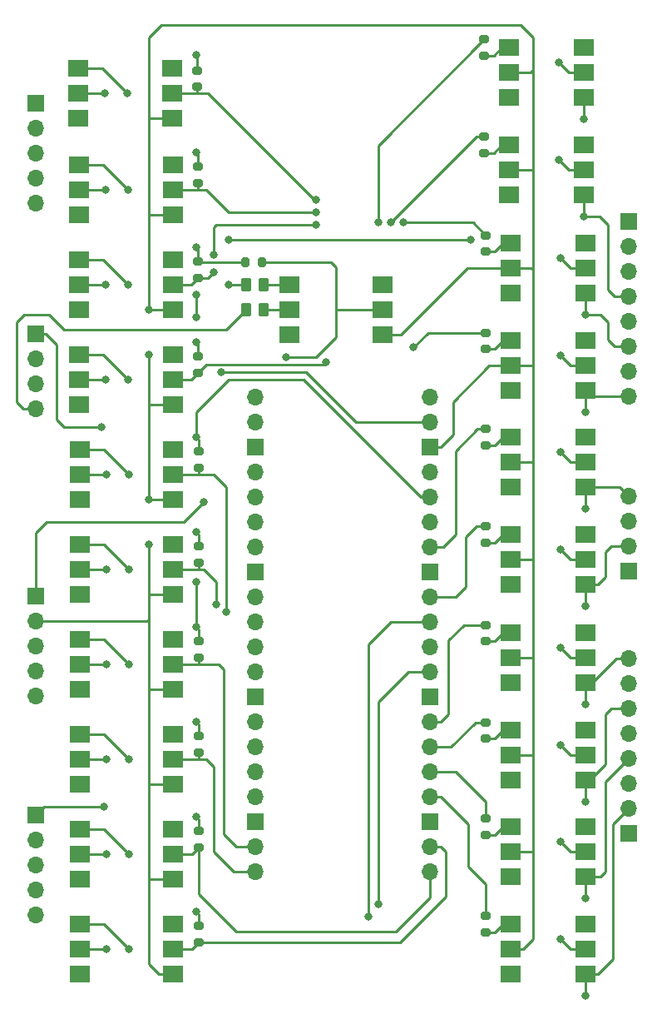
<source format=gtl>
G04 #@! TF.GenerationSoftware,KiCad,Pcbnew,(6.0.0)*
G04 #@! TF.CreationDate,2022-08-19T14:16:46+02:00*
G04 #@! TF.ProjectId,top,746f702e-6b69-4636-9164-5f7063625858,rev?*
G04 #@! TF.SameCoordinates,Original*
G04 #@! TF.FileFunction,Copper,L1,Top*
G04 #@! TF.FilePolarity,Positive*
%FSLAX46Y46*%
G04 Gerber Fmt 4.6, Leading zero omitted, Abs format (unit mm)*
G04 Created by KiCad (PCBNEW (6.0.0)) date 2022-08-19 14:16:46*
%MOMM*%
%LPD*%
G01*
G04 APERTURE LIST*
G04 Aperture macros list*
%AMRoundRect*
0 Rectangle with rounded corners*
0 $1 Rounding radius*
0 $2 $3 $4 $5 $6 $7 $8 $9 X,Y pos of 4 corners*
0 Add a 4 corners polygon primitive as box body*
4,1,4,$2,$3,$4,$5,$6,$7,$8,$9,$2,$3,0*
0 Add four circle primitives for the rounded corners*
1,1,$1+$1,$2,$3*
1,1,$1+$1,$4,$5*
1,1,$1+$1,$6,$7*
1,1,$1+$1,$8,$9*
0 Add four rect primitives between the rounded corners*
20,1,$1+$1,$2,$3,$4,$5,0*
20,1,$1+$1,$4,$5,$6,$7,0*
20,1,$1+$1,$6,$7,$8,$9,0*
20,1,$1+$1,$8,$9,$2,$3,0*%
G04 Aperture macros list end*
G04 #@! TA.AperFunction,SMDPad,CuDef*
%ADD10R,2.000000X1.780000*%
G04 #@! TD*
G04 #@! TA.AperFunction,SMDPad,CuDef*
%ADD11RoundRect,0.200000X0.275000X-0.200000X0.275000X0.200000X-0.275000X0.200000X-0.275000X-0.200000X0*%
G04 #@! TD*
G04 #@! TA.AperFunction,ComponentPad*
%ADD12R,1.700000X1.700000*%
G04 #@! TD*
G04 #@! TA.AperFunction,ComponentPad*
%ADD13O,1.700000X1.700000*%
G04 #@! TD*
G04 #@! TA.AperFunction,SMDPad,CuDef*
%ADD14RoundRect,0.250000X-0.262500X-0.450000X0.262500X-0.450000X0.262500X0.450000X-0.262500X0.450000X0*%
G04 #@! TD*
G04 #@! TA.AperFunction,SMDPad,CuDef*
%ADD15RoundRect,0.200000X0.200000X0.275000X-0.200000X0.275000X-0.200000X-0.275000X0.200000X-0.275000X0*%
G04 #@! TD*
G04 #@! TA.AperFunction,ViaPad*
%ADD16C,0.800000*%
G04 #@! TD*
G04 #@! TA.AperFunction,Conductor*
%ADD17C,0.250000*%
G04 #@! TD*
G04 APERTURE END LIST*
D10*
X115570000Y-73660000D03*
X115570000Y-76200000D03*
X115570000Y-78740000D03*
X125100000Y-78740000D03*
X125100000Y-76200000D03*
X125100000Y-73660000D03*
X159361500Y-61976000D03*
X159361500Y-64516000D03*
X159361500Y-67056000D03*
X166981500Y-67056000D03*
X166981500Y-64516000D03*
X166981500Y-61976000D03*
X115570000Y-83312000D03*
X115570000Y-85852000D03*
X115570000Y-88392000D03*
X125100000Y-88392000D03*
X125100000Y-85852000D03*
X125100000Y-83312000D03*
X115570000Y-64008000D03*
X115570000Y-66548000D03*
X115570000Y-69088000D03*
X125100000Y-69088000D03*
X125100000Y-66548000D03*
X125100000Y-64008000D03*
D11*
X156972000Y-82716500D03*
X156972000Y-81066500D03*
D12*
X111188000Y-81188000D03*
D13*
X111188000Y-83728000D03*
X111188000Y-86268000D03*
X111188000Y-88808000D03*
D10*
X115631000Y-141224000D03*
X115631000Y-143764000D03*
X115631000Y-146304000D03*
X125161000Y-146304000D03*
X125161000Y-143764000D03*
X125161000Y-141224000D03*
X159512000Y-131318000D03*
X159512000Y-133858000D03*
X159512000Y-136398000D03*
X167132000Y-136398000D03*
X167132000Y-133858000D03*
X167132000Y-131318000D03*
D11*
X156821500Y-62801000D03*
X156821500Y-61151000D03*
D10*
X159512000Y-101600000D03*
X159512000Y-104140000D03*
X159512000Y-106680000D03*
X167132000Y-106680000D03*
X167132000Y-104140000D03*
X167132000Y-101600000D03*
D13*
X133504000Y-87630000D03*
X133504000Y-90170000D03*
D12*
X133504000Y-92710000D03*
D13*
X133504000Y-95250000D03*
X133504000Y-97790000D03*
X133504000Y-100330000D03*
X133504000Y-102870000D03*
D12*
X133504000Y-105410000D03*
D13*
X133504000Y-107950000D03*
X133504000Y-110490000D03*
X133504000Y-113030000D03*
X133504000Y-115570000D03*
D12*
X133504000Y-118110000D03*
D13*
X133504000Y-120650000D03*
X133504000Y-123190000D03*
X133504000Y-125730000D03*
X133504000Y-128270000D03*
D12*
X133504000Y-130810000D03*
D13*
X133504000Y-133350000D03*
X133504000Y-135890000D03*
X151284000Y-135890000D03*
X151284000Y-133350000D03*
D12*
X151284000Y-130810000D03*
D13*
X151284000Y-128270000D03*
X151284000Y-125730000D03*
X151284000Y-123190000D03*
X151284000Y-120650000D03*
D12*
X151284000Y-118110000D03*
D13*
X151284000Y-115570000D03*
X151284000Y-113030000D03*
X151284000Y-110490000D03*
X151284000Y-107950000D03*
D12*
X151284000Y-105410000D03*
D13*
X151284000Y-102870000D03*
X151284000Y-100330000D03*
X151284000Y-97790000D03*
X151284000Y-95250000D03*
D12*
X151284000Y-92710000D03*
D13*
X151284000Y-90170000D03*
X151284000Y-87630000D03*
D10*
X115631000Y-102616000D03*
X115631000Y-105156000D03*
X115631000Y-107696000D03*
X125161000Y-107696000D03*
X125161000Y-105156000D03*
X125161000Y-102616000D03*
D14*
X132541000Y-76200000D03*
X134366000Y-76200000D03*
D11*
X156821500Y-52895000D03*
X156821500Y-51245000D03*
X127701000Y-75501000D03*
X127701000Y-73851000D03*
D10*
X159512000Y-121515500D03*
X159512000Y-124055500D03*
X159512000Y-126595500D03*
X167132000Y-126595500D03*
X167132000Y-124055500D03*
X167132000Y-121515500D03*
D12*
X111188000Y-130083000D03*
D13*
X111188000Y-132623000D03*
X111188000Y-135163000D03*
X111188000Y-137703000D03*
X111188000Y-140243000D03*
D10*
X159361500Y-52070000D03*
X159361500Y-54610000D03*
X159361500Y-57150000D03*
X166981500Y-57150000D03*
X166981500Y-54610000D03*
X166981500Y-52070000D03*
X115631000Y-131572000D03*
X115631000Y-134112000D03*
X115631000Y-136652000D03*
X125161000Y-136652000D03*
X125161000Y-134112000D03*
X125161000Y-131572000D03*
D11*
X156972000Y-112434500D03*
X156972000Y-110784500D03*
D14*
X132541000Y-78740000D03*
X134366000Y-78740000D03*
D11*
X127762000Y-94805000D03*
X127762000Y-93155000D03*
X156972000Y-92519000D03*
X156972000Y-90869000D03*
D15*
X134175000Y-73914000D03*
X132525000Y-73914000D03*
D11*
X156972000Y-72810500D03*
X156972000Y-71160500D03*
D10*
X136967000Y-76200000D03*
X136967000Y-78740000D03*
X136967000Y-81280000D03*
X146497000Y-81280000D03*
X146497000Y-78740000D03*
X146497000Y-76200000D03*
D11*
X156972000Y-102425000D03*
X156972000Y-100775000D03*
D10*
X159512000Y-71985500D03*
X159512000Y-74525500D03*
X159512000Y-77065500D03*
X167132000Y-77065500D03*
X167132000Y-74525500D03*
X167132000Y-71985500D03*
D11*
X127701000Y-85153000D03*
X127701000Y-83503000D03*
X127701000Y-65849000D03*
X127701000Y-64199000D03*
X127762000Y-133413000D03*
X127762000Y-131763000D03*
X127603500Y-56038500D03*
X127603500Y-54388500D03*
D12*
X171513000Y-69758000D03*
D13*
X171513000Y-72298000D03*
X171513000Y-74838000D03*
X171513000Y-77378000D03*
X171513000Y-79918000D03*
X171513000Y-82458000D03*
X171513000Y-84998000D03*
X171513000Y-87538000D03*
D11*
X156972000Y-122340500D03*
X156972000Y-120690500D03*
D10*
X159512000Y-141224000D03*
X159512000Y-143764000D03*
X159512000Y-146304000D03*
X167132000Y-146304000D03*
X167132000Y-143764000D03*
X167132000Y-141224000D03*
D12*
X171513000Y-131973000D03*
D13*
X171513000Y-129433000D03*
X171513000Y-126893000D03*
X171513000Y-124353000D03*
X171513000Y-121813000D03*
X171513000Y-119273000D03*
X171513000Y-116733000D03*
X171513000Y-114193000D03*
D10*
X159512000Y-111609500D03*
X159512000Y-114149500D03*
X159512000Y-116689500D03*
X167132000Y-116689500D03*
X167132000Y-114149500D03*
X167132000Y-111609500D03*
X115631000Y-92964000D03*
X115631000Y-95504000D03*
X115631000Y-98044000D03*
X125161000Y-98044000D03*
X125161000Y-95504000D03*
X125161000Y-92964000D03*
D11*
X127762000Y-143065000D03*
X127762000Y-141415000D03*
D12*
X111188000Y-57693000D03*
D13*
X111188000Y-60233000D03*
X111188000Y-62773000D03*
X111188000Y-65313000D03*
X111188000Y-67853000D03*
D11*
X127762000Y-114109000D03*
X127762000Y-112459000D03*
D10*
X115472500Y-54197500D03*
X115472500Y-56737500D03*
X115472500Y-59277500D03*
X125002500Y-59277500D03*
X125002500Y-56737500D03*
X125002500Y-54197500D03*
X159512000Y-81891500D03*
X159512000Y-84431500D03*
X159512000Y-86971500D03*
X167132000Y-86971500D03*
X167132000Y-84431500D03*
X167132000Y-81891500D03*
D12*
X111188000Y-107858000D03*
D13*
X111188000Y-110398000D03*
X111188000Y-112938000D03*
X111188000Y-115478000D03*
X111188000Y-118018000D03*
D11*
X156972000Y-132143000D03*
X156972000Y-130493000D03*
X127762000Y-123761000D03*
X127762000Y-122111000D03*
D10*
X115631000Y-121920000D03*
X115631000Y-124460000D03*
X115631000Y-127000000D03*
X125161000Y-127000000D03*
X125161000Y-124460000D03*
X125161000Y-121920000D03*
D12*
X171513000Y-105308000D03*
D13*
X171513000Y-102768000D03*
X171513000Y-100228000D03*
X171513000Y-97688000D03*
D11*
X127762000Y-104457000D03*
X127762000Y-102807000D03*
D10*
X115631000Y-112268000D03*
X115631000Y-114808000D03*
X115631000Y-117348000D03*
X125161000Y-117348000D03*
X125161000Y-114808000D03*
X125161000Y-112268000D03*
D11*
X156972000Y-142049000D03*
X156972000Y-140399000D03*
D10*
X159512000Y-91694000D03*
X159512000Y-94234000D03*
X159512000Y-96774000D03*
X167132000Y-96774000D03*
X167132000Y-94234000D03*
X167132000Y-91694000D03*
D16*
X164441500Y-63500000D03*
X122682000Y-98044000D03*
X122682000Y-102616000D03*
X122682000Y-83312000D03*
X122682000Y-78740000D03*
X128270000Y-98298000D03*
X130048000Y-85090000D03*
X164592000Y-73509500D03*
X136652000Y-83566000D03*
X164441500Y-53594000D03*
X164592000Y-83415500D03*
X127508000Y-120650000D03*
X127508000Y-101346000D03*
X127508000Y-110998000D03*
X127508000Y-91694000D03*
X127508000Y-139954000D03*
X127508000Y-62738000D03*
X127508000Y-52832000D03*
X127508000Y-72390000D03*
X127508000Y-82042000D03*
X127508000Y-77216000D03*
X127508000Y-106426000D03*
X127508000Y-130302000D03*
X127508000Y-79502000D03*
X164592000Y-142748000D03*
X164592000Y-132842000D03*
X118303000Y-66548000D03*
X164592000Y-123039500D03*
X164592000Y-113133500D03*
X164592000Y-103124000D03*
X164592000Y-93218000D03*
X120589000Y-66548000D03*
X118110000Y-129286000D03*
X130810000Y-76200000D03*
X155448000Y-71628000D03*
X117856000Y-90678000D03*
X130810000Y-71628000D03*
X139700000Y-67564000D03*
X120491500Y-56737500D03*
X118205500Y-56737500D03*
X146050000Y-69850000D03*
X139700000Y-68834000D03*
X147320000Y-69850000D03*
X139700000Y-70104000D03*
X129286000Y-74930000D03*
X129286000Y-73152000D03*
X120589000Y-76200000D03*
X118303000Y-76200000D03*
X148590000Y-69850000D03*
X140716000Y-84074000D03*
X120589000Y-85852000D03*
X118303000Y-85852000D03*
X149606000Y-82550000D03*
X120650000Y-114808000D03*
X118364000Y-114808000D03*
X120650000Y-124460000D03*
X118364000Y-124460000D03*
X120650000Y-134112000D03*
X118364000Y-134112000D03*
X120650000Y-143764000D03*
X118364000Y-143764000D03*
X146050000Y-139192000D03*
X130556000Y-109474000D03*
X120650000Y-95504000D03*
X118364000Y-95504000D03*
X129540000Y-108712000D03*
X145034000Y-140462000D03*
X120650000Y-105156000D03*
X118364000Y-105156000D03*
X166981500Y-59332500D03*
X166981500Y-69238500D03*
X167132000Y-79248000D03*
X167132000Y-89154000D03*
X167132000Y-148486500D03*
X167132000Y-138580500D03*
X167132000Y-128778000D03*
X167132000Y-118872000D03*
X167132000Y-108862500D03*
X167132000Y-98956500D03*
D17*
X164441500Y-63500000D02*
X165457500Y-64516000D01*
X165457500Y-64516000D02*
X166981500Y-64516000D01*
X125161000Y-98044000D02*
X122682000Y-98044000D01*
X159512000Y-94234000D02*
X161798000Y-94234000D01*
X161798000Y-104140000D02*
X161798000Y-114046000D01*
X159361500Y-54610000D02*
X161544000Y-54610000D01*
X160782000Y-143764000D02*
X159512000Y-143764000D01*
X161798000Y-54356000D02*
X161798000Y-51054000D01*
X161798000Y-64516000D02*
X161798000Y-54356000D01*
X125161000Y-117348000D02*
X122682000Y-117348000D01*
X125002500Y-59277500D02*
X122777500Y-59277500D01*
X122682000Y-145288000D02*
X123698000Y-146304000D01*
X161694500Y-124055500D02*
X161798000Y-123952000D01*
X122682000Y-83312000D02*
X122682000Y-88392000D01*
X161694500Y-84431500D02*
X161798000Y-84328000D01*
X123952000Y-49784000D02*
X122682000Y-51054000D01*
X161798000Y-142748000D02*
X160782000Y-143764000D01*
X153670000Y-91440000D02*
X152400000Y-92710000D01*
X125100000Y-69088000D02*
X122682000Y-69088000D01*
X125161000Y-107696000D02*
X122682000Y-107696000D01*
X125161000Y-136652000D02*
X122682000Y-136652000D01*
X159512000Y-124055500D02*
X161694500Y-124055500D01*
X122682000Y-51054000D02*
X122682000Y-59182000D01*
X148336000Y-81280000D02*
X146497000Y-81280000D01*
X161798000Y-64516000D02*
X161798000Y-74676000D01*
X122777500Y-59277500D02*
X122682000Y-59182000D01*
X159512000Y-114149500D02*
X161694500Y-114149500D01*
X122682000Y-88392000D02*
X122682000Y-98044000D01*
X122682000Y-136652000D02*
X122682000Y-145288000D01*
X161647500Y-74525500D02*
X161798000Y-74676000D01*
X161798000Y-51054000D02*
X160528000Y-49784000D01*
X159361500Y-64516000D02*
X161798000Y-64516000D01*
X122682000Y-69088000D02*
X122682000Y-78740000D01*
X122682000Y-117348000D02*
X122682000Y-127000000D01*
X161798000Y-133858000D02*
X161798000Y-142748000D01*
X161798000Y-114046000D02*
X161798000Y-123952000D01*
X159512000Y-133858000D02*
X161798000Y-133858000D01*
X160528000Y-49784000D02*
X123952000Y-49784000D01*
X122682000Y-110236000D02*
X122682000Y-117348000D01*
X155090500Y-74525500D02*
X148336000Y-81280000D01*
X159512000Y-74525500D02*
X155090500Y-74525500D01*
X161694500Y-114149500D02*
X161798000Y-114046000D01*
X159512000Y-74525500D02*
X161647500Y-74525500D01*
X161798000Y-84328000D02*
X161798000Y-94234000D01*
X153670000Y-88091000D02*
X153670000Y-91440000D01*
X159512000Y-84431500D02*
X161694500Y-84431500D01*
X122682000Y-59182000D02*
X122682000Y-69088000D01*
X122520000Y-110398000D02*
X122682000Y-110236000D01*
X159512000Y-84431500D02*
X157329500Y-84431500D01*
X161798000Y-94234000D02*
X161798000Y-104140000D01*
X161798000Y-74676000D02*
X161798000Y-84328000D01*
X161544000Y-54610000D02*
X161798000Y-54356000D01*
X123698000Y-146304000D02*
X125161000Y-146304000D01*
X152400000Y-92710000D02*
X151284000Y-92710000D01*
X122682000Y-127000000D02*
X122682000Y-136652000D01*
X159512000Y-104140000D02*
X161798000Y-104140000D01*
X161798000Y-123952000D02*
X161798000Y-133858000D01*
X125100000Y-88392000D02*
X122682000Y-88392000D01*
X122682000Y-102616000D02*
X122682000Y-110236000D01*
X111188000Y-110398000D02*
X122520000Y-110398000D01*
X125161000Y-127000000D02*
X122682000Y-127000000D01*
X157329500Y-84431500D02*
X153670000Y-88091000D01*
X125100000Y-78740000D02*
X122682000Y-78740000D01*
X130048000Y-85090000D02*
X138684000Y-85090000D01*
X112268000Y-100330000D02*
X126238000Y-100330000D01*
X128270000Y-98298000D02*
X126238000Y-100330000D01*
X138684000Y-85090000D02*
X143764000Y-90170000D01*
X111188000Y-101410000D02*
X112268000Y-100330000D01*
X143764000Y-90170000D02*
X151284000Y-90170000D01*
X111188000Y-107858000D02*
X111188000Y-101410000D01*
X164592000Y-73509500D02*
X165608000Y-74525500D01*
X165608000Y-74525500D02*
X167132000Y-74525500D01*
X136652000Y-83566000D02*
X139700000Y-83566000D01*
X146497000Y-78740000D02*
X141732000Y-78740000D01*
X141732000Y-78740000D02*
X141732000Y-81534000D01*
X141732000Y-74422000D02*
X141732000Y-78740000D01*
X141224000Y-73914000D02*
X134175000Y-73914000D01*
X139700000Y-83566000D02*
X141732000Y-81534000D01*
X141732000Y-74422000D02*
X141224000Y-73914000D01*
X164441500Y-53594000D02*
X165457500Y-54610000D01*
X165457500Y-54610000D02*
X166981500Y-54610000D01*
X165608000Y-84431500D02*
X167132000Y-84431500D01*
X164592000Y-83415500D02*
X165608000Y-84431500D01*
X127762000Y-141415000D02*
X127762000Y-140208000D01*
X138430000Y-85852000D02*
X130810000Y-85852000D01*
X130810000Y-85852000D02*
X127508000Y-89154000D01*
X127508000Y-89154000D02*
X127508000Y-91694000D01*
X127701000Y-64199000D02*
X127701000Y-62931000D01*
X127701000Y-82235000D02*
X127508000Y-82042000D01*
X127762000Y-111252000D02*
X127508000Y-110998000D01*
X127508000Y-77216000D02*
X127508000Y-79502000D01*
X127701000Y-83503000D02*
X127701000Y-82235000D01*
X127762000Y-130556000D02*
X127508000Y-130302000D01*
X127508000Y-110998000D02*
X127508000Y-106426000D01*
X127762000Y-140208000D02*
X127508000Y-139954000D01*
X127762000Y-112459000D02*
X127762000Y-111252000D01*
X151284000Y-97790000D02*
X150368000Y-97790000D01*
X150368000Y-97790000D02*
X138430000Y-85852000D01*
X127762000Y-101600000D02*
X127508000Y-101346000D01*
X127603500Y-52927500D02*
X127508000Y-52832000D01*
X127762000Y-91948000D02*
X127508000Y-91694000D01*
X127701000Y-73851000D02*
X127701000Y-72583000D01*
X127762000Y-93155000D02*
X127762000Y-91948000D01*
X127762000Y-122111000D02*
X127762000Y-120904000D01*
X127762000Y-102807000D02*
X127762000Y-101600000D01*
X127762000Y-131763000D02*
X127762000Y-130556000D01*
X132525000Y-73914000D02*
X127764000Y-73914000D01*
X127764000Y-73914000D02*
X127701000Y-73851000D01*
X127701000Y-62931000D02*
X127508000Y-62738000D01*
X127603500Y-54388500D02*
X127603500Y-52927500D01*
X127762000Y-120904000D02*
X127508000Y-120650000D01*
X127701000Y-72583000D02*
X127508000Y-72390000D01*
X165608000Y-143764000D02*
X167132000Y-143764000D01*
X164592000Y-142748000D02*
X165608000Y-143764000D01*
X134366000Y-76200000D02*
X136967000Y-76200000D01*
X164592000Y-132842000D02*
X165608000Y-133858000D01*
X165608000Y-133858000D02*
X167132000Y-133858000D01*
X115570000Y-66548000D02*
X118303000Y-66548000D01*
X165608000Y-124055500D02*
X167132000Y-124055500D01*
X164592000Y-123039500D02*
X165608000Y-124055500D01*
X165608000Y-114149500D02*
X167132000Y-114149500D01*
X164592000Y-113133500D02*
X165608000Y-114149500D01*
X165608000Y-104140000D02*
X167132000Y-104140000D01*
X164592000Y-103124000D02*
X165608000Y-104140000D01*
X164592000Y-93218000D02*
X165608000Y-94234000D01*
X165608000Y-94234000D02*
X167132000Y-94234000D01*
X118049000Y-64008000D02*
X120589000Y-66548000D01*
X115570000Y-64008000D02*
X118049000Y-64008000D01*
X118110000Y-129286000D02*
X111985000Y-129286000D01*
X111985000Y-129286000D02*
X111188000Y-130083000D01*
X114046000Y-90678000D02*
X117856000Y-90678000D01*
X130810000Y-76200000D02*
X132541000Y-76200000D01*
X113284000Y-89916000D02*
X114046000Y-90678000D01*
X111188000Y-81188000D02*
X112176000Y-81188000D01*
X113284000Y-82296000D02*
X113284000Y-89916000D01*
X155448000Y-71628000D02*
X130810000Y-71628000D01*
X112176000Y-81188000D02*
X113284000Y-82296000D01*
X134366000Y-78740000D02*
X136967000Y-78740000D01*
X128682500Y-56737500D02*
X127603500Y-56737500D01*
X139509000Y-67564000D02*
X139700000Y-67564000D01*
X128682500Y-56737500D02*
X139509000Y-67564000D01*
X127603500Y-56038500D02*
X127603500Y-56737500D01*
X127603500Y-56737500D02*
X125002500Y-56737500D01*
X115472500Y-54197500D02*
X117951500Y-54197500D01*
X117951500Y-54197500D02*
X120491500Y-56737500D01*
X115472500Y-56737500D02*
X118205500Y-56737500D01*
X158599500Y-52070000D02*
X157774500Y-52895000D01*
X159361500Y-52070000D02*
X158599500Y-52070000D01*
X157774500Y-52895000D02*
X156821500Y-52895000D01*
X146050000Y-62016500D02*
X146050000Y-69850000D01*
X156821500Y-51245000D02*
X146050000Y-62016500D01*
X139700000Y-68834000D02*
X130810000Y-68834000D01*
X130810000Y-68834000D02*
X128524000Y-66548000D01*
X127701000Y-65849000D02*
X127701000Y-66487000D01*
X125100000Y-66548000D02*
X128524000Y-66548000D01*
X127701000Y-66487000D02*
X127762000Y-66548000D01*
X159361500Y-61976000D02*
X158599500Y-61976000D01*
X158599500Y-61976000D02*
X157774500Y-62801000D01*
X157774500Y-62801000D02*
X156821500Y-62801000D01*
X156821500Y-61151000D02*
X156019000Y-61151000D01*
X156019000Y-61151000D02*
X147320000Y-69850000D01*
X127701000Y-75501000D02*
X128715000Y-75501000D01*
X128715000Y-75501000D02*
X129286000Y-74930000D01*
X127002000Y-76200000D02*
X127701000Y-75501000D01*
X129540000Y-70104000D02*
X129286000Y-70358000D01*
X129286000Y-73152000D02*
X129286000Y-70358000D01*
X125100000Y-76200000D02*
X127002000Y-76200000D01*
X139700000Y-70104000D02*
X129540000Y-70104000D01*
X118049000Y-73660000D02*
X120589000Y-76200000D01*
X115570000Y-73660000D02*
X118049000Y-73660000D01*
X115570000Y-76200000D02*
X118303000Y-76200000D01*
X157925000Y-72810500D02*
X156972000Y-72810500D01*
X159512000Y-71985500D02*
X158750000Y-71985500D01*
X158750000Y-71985500D02*
X157925000Y-72810500D01*
X155661500Y-69850000D02*
X148590000Y-69850000D01*
X156972000Y-71160500D02*
X155661500Y-69850000D01*
X128526000Y-84328000D02*
X127701000Y-85153000D01*
X140716000Y-84074000D02*
X140462000Y-84328000D01*
X140462000Y-84328000D02*
X128526000Y-84328000D01*
X127002000Y-85852000D02*
X127701000Y-85153000D01*
X125100000Y-85852000D02*
X127002000Y-85852000D01*
X115570000Y-83312000D02*
X118049000Y-83312000D01*
X118049000Y-83312000D02*
X120589000Y-85852000D01*
X115570000Y-85852000D02*
X118303000Y-85852000D01*
X158750000Y-81891500D02*
X157925000Y-82716500D01*
X157925000Y-82716500D02*
X156972000Y-82716500D01*
X159512000Y-81891500D02*
X158750000Y-81891500D01*
X156972000Y-81066500D02*
X151089500Y-81066500D01*
X151089500Y-81066500D02*
X149606000Y-82550000D01*
X147828000Y-141986000D02*
X151284000Y-138530000D01*
X131572000Y-141986000D02*
X147828000Y-141986000D01*
X127063000Y-134112000D02*
X127762000Y-133413000D01*
X125161000Y-134112000D02*
X127063000Y-134112000D01*
X127762000Y-133413000D02*
X127762000Y-138176000D01*
X151284000Y-138530000D02*
X151284000Y-135890000D01*
X127762000Y-138176000D02*
X131572000Y-141986000D01*
X115631000Y-112268000D02*
X118110000Y-112268000D01*
X118110000Y-112268000D02*
X120650000Y-114808000D01*
X115631000Y-114808000D02*
X118364000Y-114808000D01*
X157925000Y-142049000D02*
X156972000Y-142049000D01*
X159512000Y-141224000D02*
X158750000Y-141224000D01*
X158750000Y-141224000D02*
X157925000Y-142049000D01*
X156972000Y-120690500D02*
X155915500Y-120690500D01*
X155915500Y-120690500D02*
X153416000Y-123190000D01*
X153416000Y-123190000D02*
X151284000Y-123190000D01*
X148273000Y-143065000D02*
X127762000Y-143065000D01*
X152908000Y-133858000D02*
X152908000Y-138430000D01*
X151284000Y-133350000D02*
X152400000Y-133350000D01*
X152908000Y-138430000D02*
X148273000Y-143065000D01*
X125161000Y-143764000D02*
X127063000Y-143764000D01*
X127063000Y-143764000D02*
X127762000Y-143065000D01*
X152400000Y-133350000D02*
X152908000Y-133858000D01*
X118110000Y-121920000D02*
X120650000Y-124460000D01*
X115631000Y-121920000D02*
X118110000Y-121920000D01*
X115631000Y-124460000D02*
X118364000Y-124460000D01*
X159512000Y-131318000D02*
X158750000Y-131318000D01*
X157925000Y-132143000D02*
X156972000Y-132143000D01*
X158750000Y-131318000D02*
X157925000Y-132143000D01*
X151284000Y-128270000D02*
X152400000Y-128270000D01*
X156972000Y-140399000D02*
X156972000Y-137160000D01*
X155194000Y-131064000D02*
X155194000Y-135382000D01*
X152400000Y-128270000D02*
X155194000Y-131064000D01*
X155194000Y-135382000D02*
X156972000Y-137160000D01*
X127762000Y-114109000D02*
X127762000Y-114808000D01*
X133504000Y-133350000D02*
X131572000Y-133350000D01*
X130302000Y-115316000D02*
X129794000Y-114808000D01*
X125161000Y-114808000D02*
X127762000Y-114808000D01*
X129794000Y-114808000D02*
X127762000Y-114808000D01*
X130302000Y-132080000D02*
X130302000Y-115316000D01*
X131572000Y-133350000D02*
X130302000Y-132080000D01*
X115631000Y-131572000D02*
X118110000Y-131572000D01*
X118110000Y-131572000D02*
X120650000Y-134112000D01*
X115631000Y-134112000D02*
X118364000Y-134112000D01*
X158750000Y-121515500D02*
X157925000Y-122340500D01*
X159512000Y-121515500D02*
X158750000Y-121515500D01*
X157925000Y-122340500D02*
X156972000Y-122340500D01*
X154726500Y-110784500D02*
X153162000Y-112349000D01*
X153162000Y-112349000D02*
X153162000Y-119888000D01*
X156972000Y-110784500D02*
X154726500Y-110784500D01*
X152400000Y-120650000D02*
X151284000Y-120650000D01*
X153162000Y-119888000D02*
X152400000Y-120650000D01*
X127762000Y-123761000D02*
X127762000Y-124460000D01*
X131318000Y-135890000D02*
X129286000Y-133858000D01*
X125161000Y-124460000D02*
X128524000Y-124460000D01*
X129286000Y-125222000D02*
X128524000Y-124460000D01*
X129286000Y-133858000D02*
X129286000Y-125222000D01*
X133504000Y-135890000D02*
X131318000Y-135890000D01*
X115631000Y-141224000D02*
X118110000Y-141224000D01*
X118110000Y-141224000D02*
X120650000Y-143764000D01*
X115631000Y-143764000D02*
X118364000Y-143764000D01*
X157925000Y-112434500D02*
X156972000Y-112434500D01*
X158750000Y-111609500D02*
X157925000Y-112434500D01*
X159512000Y-111609500D02*
X158750000Y-111609500D01*
X153924000Y-125730000D02*
X151284000Y-125730000D01*
X156972000Y-130493000D02*
X156972000Y-128778000D01*
X156972000Y-128778000D02*
X153924000Y-125730000D01*
X127762000Y-94805000D02*
X127762000Y-95504000D01*
X127762000Y-95504000D02*
X129286000Y-95504000D01*
X149098000Y-115570000D02*
X151284000Y-115570000D01*
X130556000Y-96774000D02*
X130556000Y-109474000D01*
X125161000Y-95504000D02*
X127762000Y-95504000D01*
X129286000Y-95504000D02*
X130556000Y-96774000D01*
X146050000Y-139192000D02*
X146050000Y-118618000D01*
X146050000Y-118618000D02*
X149098000Y-115570000D01*
X115631000Y-92964000D02*
X118110000Y-92964000D01*
X118110000Y-92964000D02*
X120650000Y-95504000D01*
X115631000Y-95504000D02*
X118364000Y-95504000D01*
X157925000Y-102425000D02*
X156972000Y-102425000D01*
X158750000Y-101600000D02*
X157925000Y-102425000D01*
X159512000Y-101600000D02*
X158750000Y-101600000D01*
X156972000Y-100775000D02*
X156019000Y-100775000D01*
X153924000Y-107950000D02*
X151284000Y-107950000D01*
X154940000Y-106934000D02*
X153924000Y-107950000D01*
X156019000Y-100775000D02*
X154940000Y-101854000D01*
X154940000Y-101854000D02*
X154940000Y-106934000D01*
X127762000Y-104457000D02*
X127762000Y-105156000D01*
X128270000Y-105156000D02*
X129540000Y-106426000D01*
X129540000Y-106426000D02*
X129540000Y-108712000D01*
X145034000Y-112776000D02*
X147320000Y-110490000D01*
X145034000Y-140462000D02*
X145034000Y-112776000D01*
X147320000Y-110490000D02*
X151284000Y-110490000D01*
X125161000Y-105156000D02*
X128270000Y-105156000D01*
X118110000Y-102616000D02*
X120650000Y-105156000D01*
X115631000Y-102616000D02*
X118110000Y-102616000D01*
X115631000Y-105156000D02*
X118364000Y-105156000D01*
X157925000Y-92519000D02*
X156972000Y-92519000D01*
X158750000Y-91694000D02*
X157925000Y-92519000D01*
X159512000Y-91694000D02*
X158750000Y-91694000D01*
X156972000Y-90869000D02*
X156147000Y-90869000D01*
X152654000Y-102870000D02*
X151284000Y-102870000D01*
X153924000Y-101600000D02*
X152654000Y-102870000D01*
X156147000Y-90869000D02*
X153924000Y-93092000D01*
X153924000Y-93092000D02*
X153924000Y-101600000D01*
X166981500Y-57150000D02*
X166981500Y-59332500D01*
X170088000Y-77378000D02*
X169418000Y-76708000D01*
X166981500Y-67056000D02*
X166981500Y-69238500D01*
X169418000Y-70104000D02*
X168552500Y-69238500D01*
X171513000Y-77378000D02*
X170088000Y-77378000D01*
X169418000Y-76708000D02*
X169418000Y-70104000D01*
X168552500Y-69238500D02*
X166981500Y-69238500D01*
X167132000Y-77065500D02*
X167132000Y-79248000D01*
X169418000Y-81788000D02*
X169418000Y-80010000D01*
X171513000Y-82458000D02*
X170088000Y-82458000D01*
X169418000Y-80010000D02*
X168656000Y-79248000D01*
X168656000Y-79248000D02*
X167132000Y-79248000D01*
X170088000Y-82458000D02*
X169418000Y-81788000D01*
X167698500Y-87538000D02*
X167132000Y-86971500D01*
X171513000Y-87538000D02*
X167698500Y-87538000D01*
X167132000Y-86971500D02*
X167132000Y-89154000D01*
X169926000Y-131020000D02*
X169926000Y-144780000D01*
X168402000Y-146304000D02*
X167132000Y-146304000D01*
X169926000Y-144780000D02*
X168402000Y-146304000D01*
X167132000Y-146304000D02*
X167132000Y-148486500D01*
X171513000Y-129433000D02*
X169926000Y-131020000D01*
X167132000Y-136398000D02*
X168656000Y-136398000D01*
X167132000Y-136398000D02*
X167132000Y-138580500D01*
X169164000Y-126702000D02*
X171513000Y-124353000D01*
X168656000Y-136398000D02*
X169164000Y-135890000D01*
X169164000Y-135890000D02*
X169164000Y-126702000D01*
X167132000Y-126595500D02*
X167536500Y-126595500D01*
X167536500Y-126595500D02*
X169164000Y-124968000D01*
X169779000Y-119273000D02*
X171513000Y-119273000D01*
X169164000Y-119888000D02*
X169779000Y-119273000D01*
X167132000Y-126595500D02*
X167132000Y-128778000D01*
X169164000Y-124968000D02*
X169164000Y-119888000D01*
X167132000Y-116689500D02*
X167790500Y-116689500D01*
X167132000Y-116689500D02*
X167132000Y-118872000D01*
X170287000Y-114193000D02*
X171513000Y-114193000D01*
X167790500Y-116689500D02*
X170287000Y-114193000D01*
X169164000Y-105918000D02*
X168402000Y-106680000D01*
X171513000Y-102768000D02*
X169774000Y-102768000D01*
X169774000Y-102768000D02*
X169164000Y-103378000D01*
X169164000Y-103378000D02*
X169164000Y-105918000D01*
X168402000Y-106680000D02*
X167132000Y-106680000D01*
X167132000Y-106680000D02*
X167132000Y-108862500D01*
X167132000Y-96774000D02*
X170599000Y-96774000D01*
X170599000Y-96774000D02*
X171513000Y-97688000D01*
X167132000Y-96774000D02*
X167132000Y-98956500D01*
X109890000Y-88808000D02*
X109220000Y-88138000D01*
X114046000Y-80772000D02*
X130509000Y-80772000D01*
X109982000Y-79248000D02*
X112522000Y-79248000D01*
X112522000Y-79248000D02*
X114046000Y-80772000D01*
X130509000Y-80772000D02*
X132541000Y-78740000D01*
X111188000Y-88808000D02*
X109890000Y-88808000D01*
X109220000Y-80010000D02*
X109982000Y-79248000D01*
X109220000Y-88138000D02*
X109220000Y-80010000D01*
M02*

</source>
